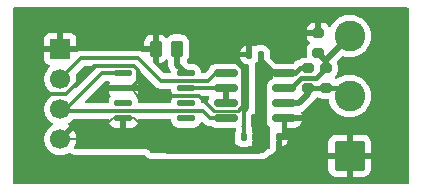
<source format=gbr>
%TF.GenerationSoftware,KiCad,Pcbnew,9.0.7*%
%TF.CreationDate,2026-01-31T03:08:44-08:00*%
%TF.ProjectId,autodir_sch,6175746f-6469-4725-9f73-63682e6b6963,A0*%
%TF.SameCoordinates,PX11a49a0PYbd83a0*%
%TF.FileFunction,Copper,L1,Top*%
%TF.FilePolarity,Positive*%
%FSLAX46Y46*%
G04 Gerber Fmt 4.6, Leading zero omitted, Abs format (unit mm)*
G04 Created by KiCad (PCBNEW 9.0.7) date 2026-01-31 03:08:44*
%MOMM*%
%LPD*%
G01*
G04 APERTURE LIST*
G04 Aperture macros list*
%AMRoundRect*
0 Rectangle with rounded corners*
0 $1 Rounding radius*
0 $2 $3 $4 $5 $6 $7 $8 $9 X,Y pos of 4 corners*
0 Add a 4 corners polygon primitive as box body*
4,1,4,$2,$3,$4,$5,$6,$7,$8,$9,$2,$3,0*
0 Add four circle primitives for the rounded corners*
1,1,$1+$1,$2,$3*
1,1,$1+$1,$4,$5*
1,1,$1+$1,$6,$7*
1,1,$1+$1,$8,$9*
0 Add four rect primitives between the rounded corners*
20,1,$1+$1,$2,$3,$4,$5,0*
20,1,$1+$1,$4,$5,$6,$7,0*
20,1,$1+$1,$6,$7,$8,$9,0*
20,1,$1+$1,$8,$9,$2,$3,0*%
G04 Aperture macros list end*
%TA.AperFunction,SMDPad,CuDef*%
%ADD10RoundRect,0.150000X-0.825000X-0.150000X0.825000X-0.150000X0.825000X0.150000X-0.825000X0.150000X0*%
%TD*%
%TA.AperFunction,SMDPad,CuDef*%
%ADD11RoundRect,0.250000X-0.262500X-0.450000X0.262500X-0.450000X0.262500X0.450000X-0.262500X0.450000X0*%
%TD*%
%TA.AperFunction,SMDPad,CuDef*%
%ADD12RoundRect,0.137500X-0.612500X-0.137500X0.612500X-0.137500X0.612500X0.137500X-0.612500X0.137500X0*%
%TD*%
%TA.AperFunction,SMDPad,CuDef*%
%ADD13RoundRect,0.140000X-0.140000X-0.170000X0.140000X-0.170000X0.140000X0.170000X-0.140000X0.170000X0*%
%TD*%
%TA.AperFunction,SMDPad,CuDef*%
%ADD14RoundRect,0.200000X0.275000X-0.200000X0.275000X0.200000X-0.275000X0.200000X-0.275000X-0.200000X0*%
%TD*%
%TA.AperFunction,SMDPad,CuDef*%
%ADD15RoundRect,0.140000X0.140000X0.170000X-0.140000X0.170000X-0.140000X-0.170000X0.140000X-0.170000X0*%
%TD*%
%TA.AperFunction,SMDPad,CuDef*%
%ADD16RoundRect,0.200000X-0.275000X0.200000X-0.275000X-0.200000X0.275000X-0.200000X0.275000X0.200000X0*%
%TD*%
%TA.AperFunction,ComponentPad*%
%ADD17R,1.700000X1.700000*%
%TD*%
%TA.AperFunction,ComponentPad*%
%ADD18C,1.700000*%
%TD*%
%TA.AperFunction,ComponentPad*%
%ADD19RoundRect,0.250000X1.050000X-1.050000X1.050000X1.050000X-1.050000X1.050000X-1.050000X-1.050000X0*%
%TD*%
%TA.AperFunction,ComponentPad*%
%ADD20C,2.600000*%
%TD*%
%TA.AperFunction,Conductor*%
%ADD21C,0.300000*%
%TD*%
%TA.AperFunction,Conductor*%
%ADD22C,0.250000*%
%TD*%
%TA.AperFunction,Conductor*%
%ADD23C,0.200000*%
%TD*%
%TA.AperFunction,Conductor*%
%ADD24C,0.400000*%
%TD*%
%TA.AperFunction,Conductor*%
%ADD25C,0.500000*%
%TD*%
%TA.AperFunction,Conductor*%
%ADD26C,0.600000*%
%TD*%
%TA.AperFunction,Conductor*%
%ADD27C,0.700000*%
%TD*%
%TA.AperFunction,Conductor*%
%ADD28C,0.390000*%
%TD*%
G04 APERTURE END LIST*
D10*
%TO.P,U2,1,RO*%
%TO.N,/RO*%
X18525000Y-6095000D03*
%TO.P,U2,2,~{RE}*%
%TO.N,/DIR*%
X18525000Y-7365000D03*
%TO.P,U2,3,DE*%
X18525000Y-8635000D03*
%TO.P,U2,4,DI*%
%TO.N,/DI*%
X18525000Y-9905000D03*
%TO.P,U2,5,GND*%
%TO.N,GND*%
X23475000Y-9905000D03*
%TO.P,U2,6,A*%
%TO.N,Net-(J2-Pin_2)*%
X23475000Y-8635000D03*
%TO.P,U2,7,B*%
%TO.N,Net-(J2-Pin_3)*%
X23475000Y-7365000D03*
%TO.P,U2,8,VCC*%
%TO.N,+5V*%
X23475000Y-6095000D03*
%TD*%
D11*
%TO.P,J3,1,Pin_1*%
%TO.N,GND*%
X12587500Y-4000000D03*
%TO.P,J3,2,Pin_2*%
%TO.N,/SWIO*%
X14412500Y-4000000D03*
%TD*%
D12*
%TO.P,U1,1,T1CH2*%
%TO.N,/DI*%
X9850000Y-6095000D03*
%TO.P,U1,2,VSS*%
%TO.N,GND*%
X9850000Y-7365000D03*
%TO.P,U1,3,PA2*%
%TO.N,unconnected-(U1-PA2-Pad3)*%
X9850000Y-8635000D03*
%TO.P,U1,4,VDD*%
%TO.N,+5V*%
X9850000Y-9905000D03*
%TO.P,U1,5,PC1*%
%TO.N,unconnected-(U1-PC1-Pad5)*%
X15150000Y-9905000D03*
%TO.P,U1,6,PC2*%
%TO.N,unconnected-(U1-PC2-Pad6)*%
X15150000Y-8635000D03*
%TO.P,U1,7,T1CH4*%
%TO.N,/DIR*%
X15150000Y-7365000D03*
%TO.P,U1,8,SWIO*%
%TO.N,/SWIO*%
X15150000Y-6095000D03*
%TD*%
D13*
%TO.P,C1,1*%
%TO.N,+5V*%
X22040000Y-11500000D03*
%TO.P,C1,2*%
%TO.N,GND*%
X23000000Y-11500000D03*
%TD*%
D14*
%TO.P,R1,1*%
%TO.N,Net-(J2-Pin_2)*%
X27000000Y-7324000D03*
%TO.P,R1,2*%
%TO.N,Net-(J2-Pin_3)*%
X27000000Y-5674000D03*
%TD*%
%TO.P,R3,1*%
%TO.N,Net-(J2-Pin_3)*%
X26344000Y-4357000D03*
%TO.P,R3,2*%
%TO.N,GND*%
X26344000Y-2707000D03*
%TD*%
D15*
%TO.P,C3,1*%
%TO.N,+5V*%
X21480000Y-4499000D03*
%TO.P,C3,2*%
%TO.N,GND*%
X20520000Y-4499000D03*
%TD*%
D16*
%TO.P,R2,1*%
%TO.N,+5V*%
X25500000Y-5674000D03*
%TO.P,R2,2*%
%TO.N,Net-(J2-Pin_2)*%
X25500000Y-7324000D03*
%TD*%
D15*
%TO.P,C2,1*%
%TO.N,+5V*%
X21000000Y-11499000D03*
%TO.P,C2,2*%
%TO.N,GND*%
X20040000Y-11499000D03*
%TD*%
D17*
%TO.P,J1,1,Pin_1*%
%TO.N,GND*%
X4500000Y-4040000D03*
D18*
%TO.P,J1,2,Pin_2*%
%TO.N,/RO*%
X4500000Y-6580000D03*
%TO.P,J1,3,Pin_3*%
%TO.N,/DI*%
X4500000Y-9120000D03*
%TO.P,J1,4,Pin_4*%
%TO.N,+5V*%
X4500000Y-11660000D03*
%TD*%
D19*
%TO.P,J2,1,Pin_1*%
%TO.N,GND*%
X29000000Y-13080000D03*
D20*
%TO.P,J2,2,Pin_2*%
%TO.N,Net-(J2-Pin_2)*%
X29000000Y-8000000D03*
%TO.P,J2,3,Pin_3*%
%TO.N,Net-(J2-Pin_3)*%
X29000000Y-2920000D03*
%TD*%
D21*
%TO.N,GND*%
X4983500Y-7850000D02*
X2150000Y-7850000D01*
D22*
X17482101Y-9270000D02*
X19629000Y-9270000D01*
D23*
X20010000Y-5838516D02*
X16670484Y-2499000D01*
D24*
X23475000Y-11105000D02*
X23080000Y-11500000D01*
D23*
X9850000Y-7365000D02*
X10485000Y-7365000D01*
X25500000Y-13080000D02*
X22280000Y-13080000D01*
X23080000Y-11500000D02*
X23000000Y-11500000D01*
D24*
X23475000Y-9905000D02*
X23475000Y-11055000D01*
D21*
X20040000Y-8919000D02*
X20040000Y-11499000D01*
X7373500Y-5460000D02*
X4983500Y-7850000D01*
X11120000Y-8000000D02*
X16212101Y-8000000D01*
D23*
X3500000Y-13080000D02*
X2000000Y-11580000D01*
X2000000Y-8000000D02*
X2000000Y-4999000D01*
D21*
X2150000Y-7850000D02*
X2127000Y-7873000D01*
D23*
X2959000Y-4040000D02*
X4500000Y-4040000D01*
X11970000Y-13438000D02*
X11612000Y-13080000D01*
X25500000Y-13080000D02*
X29000000Y-13080000D01*
X23475000Y-11055000D02*
X23500000Y-11080000D01*
X23475000Y-11055000D02*
X23475000Y-11105000D01*
D21*
X11120000Y-5841000D02*
X10739000Y-5460000D01*
D23*
X4500000Y-4040000D02*
X12547500Y-4040000D01*
X2000000Y-4999000D02*
X2959000Y-4040000D01*
X2127000Y-7873000D02*
X2000000Y-8000000D01*
D21*
X20010000Y-8889000D02*
X20040000Y-8919000D01*
D23*
X11612000Y-13080000D02*
X3500000Y-13080000D01*
X12547500Y-4040000D02*
X12587500Y-4000000D01*
X12750000Y-2499000D02*
X12587500Y-2661500D01*
D21*
X11120000Y-6730000D02*
X11120000Y-5841000D01*
D23*
X12587500Y-2661500D02*
X12587500Y-4000000D01*
D21*
X10485000Y-7365000D02*
X11120000Y-6730000D01*
D22*
X16841051Y-8628949D02*
X17482101Y-9270000D01*
D21*
X20010000Y-8889000D02*
X20010000Y-5838516D01*
X19629000Y-9270000D02*
X20010000Y-8889000D01*
D23*
X2000000Y-11580000D02*
X2000000Y-8000000D01*
X21922000Y-13438000D02*
X11970000Y-13438000D01*
D21*
X10739000Y-5460000D02*
X7373500Y-5460000D01*
X16212101Y-8000000D02*
X16841051Y-8628949D01*
D24*
X23500000Y-11080000D02*
X25500000Y-13080000D01*
D23*
X22280000Y-13080000D02*
X21922000Y-13438000D01*
X16670484Y-2499000D02*
X12750000Y-2499000D01*
X10485000Y-7365000D02*
X11120000Y-8000000D01*
%TO.N,+5V*%
X23475000Y-6095000D02*
X22500001Y-6095000D01*
D24*
X24760800Y-5674000D02*
X25500000Y-5674000D01*
X21518000Y-12422000D02*
X21264000Y-12676000D01*
D25*
X21480000Y-5075001D02*
X21480000Y-4499000D01*
D24*
X24339800Y-6095000D02*
X24760800Y-5674000D01*
D26*
X21518000Y-11500000D02*
X21518000Y-12422000D01*
D24*
X23475000Y-6095000D02*
X24339800Y-6095000D01*
D23*
X13510000Y-12676000D02*
X10739000Y-9905000D01*
X21520000Y-11500000D02*
X22040000Y-11500000D01*
D27*
X21520000Y-7075001D02*
X21520000Y-11500000D01*
D25*
X22500000Y-6095001D02*
X21480000Y-5075001D01*
D23*
X9850000Y-9905000D02*
X8961000Y-9905000D01*
X22500001Y-6095000D02*
X22500000Y-6095001D01*
X22040000Y-11500000D02*
X21518000Y-11500000D01*
X8961000Y-9905000D02*
X7206000Y-11660000D01*
X7206000Y-11660000D02*
X4500000Y-11660000D01*
D24*
X21264000Y-12676000D02*
X13510000Y-12676000D01*
D23*
X10739000Y-9905000D02*
X9850000Y-9905000D01*
X22500000Y-6095001D02*
X21520000Y-7075001D01*
%TO.N,/DI*%
X4650000Y-9270000D02*
X4500000Y-9120000D01*
D21*
X5008000Y-9120000D02*
X8033000Y-6095000D01*
X8033000Y-6095000D02*
X9850000Y-6095000D01*
X16557500Y-9270000D02*
X4650000Y-9270000D01*
X4500000Y-9120000D02*
X5008000Y-9120000D01*
X18525000Y-9905000D02*
X17192500Y-9905000D01*
X17192500Y-9905000D02*
X16557500Y-9270000D01*
%TO.N,/RO*%
X4500000Y-6580000D02*
X6255000Y-4825000D01*
X13025000Y-6730000D02*
X17045000Y-6730000D01*
X17045000Y-6730000D02*
X17680000Y-6095000D01*
X6255000Y-4825000D02*
X11120000Y-4825000D01*
X11120000Y-4825000D02*
X13025000Y-6730000D01*
D23*
X17680000Y-6095000D02*
X18525000Y-6095000D01*
X4591000Y-6671000D02*
X4500000Y-6580000D01*
D24*
%TO.N,Net-(J2-Pin_2)*%
X25500000Y-7324000D02*
X27000000Y-7324000D01*
D25*
X23475000Y-8635000D02*
X24690000Y-8635000D01*
D23*
X28324000Y-7324000D02*
X29000000Y-8000000D01*
D25*
X25500000Y-7825000D02*
X25500000Y-7324000D01*
D24*
X27000000Y-7324000D02*
X28324000Y-7324000D01*
D25*
X24690000Y-8635000D02*
X25500000Y-7825000D01*
%TO.N,Net-(J2-Pin_3)*%
X26907000Y-4920000D02*
X26344000Y-4357000D01*
X27000000Y-4920000D02*
X29000000Y-2920000D01*
D24*
X26175000Y-6499000D02*
X27000000Y-5674000D01*
D28*
X24901000Y-6499000D02*
X26175000Y-6499000D01*
X23951968Y-7365000D02*
X24035000Y-7365000D01*
D25*
X27000000Y-4920000D02*
X26907000Y-4920000D01*
D28*
X24035000Y-7365000D02*
X24901000Y-6499000D01*
D25*
X27000000Y-5674000D02*
X27000000Y-4920000D01*
D23*
X23475000Y-7365000D02*
X24310000Y-7365000D01*
X23475000Y-7365000D02*
X23951968Y-7365000D01*
D25*
%TO.N,/SWIO*%
X14412500Y-5357500D02*
X14412500Y-4000000D01*
X15150000Y-6095000D02*
X14412500Y-5357500D01*
D21*
%TO.N,/DIR*%
X18525000Y-7365000D02*
X15150000Y-7365000D01*
D25*
X18525000Y-7365000D02*
X18525000Y-8635000D01*
%TD*%
%TA.AperFunction,Conductor*%
%TO.N,+5V*%
G36*
X21168943Y-5134435D02*
G01*
X21200613Y-5136700D01*
X21205059Y-5138972D01*
X21206773Y-5139188D01*
X21208807Y-5140888D01*
X21226058Y-5149705D01*
X22444784Y-5962189D01*
X22489644Y-6015753D01*
X22500000Y-6065362D01*
X22500000Y-6488080D01*
X22480315Y-6555119D01*
X22427511Y-6600874D01*
X22410596Y-6607156D01*
X22389605Y-6613254D01*
X22389603Y-6613255D01*
X22248137Y-6696917D01*
X22248129Y-6696923D01*
X22131923Y-6813129D01*
X22131916Y-6813138D01*
X22056698Y-6940326D01*
X22032918Y-6969373D01*
X22000000Y-6998999D01*
X21999999Y-6999000D01*
X22000964Y-7124825D01*
X22000586Y-7135499D01*
X21999500Y-7149304D01*
X21999500Y-7580701D01*
X22002402Y-7617571D01*
X22002913Y-7620369D01*
X22004927Y-7641697D01*
X22010256Y-8336781D01*
X22005340Y-8372316D01*
X22002403Y-8382427D01*
X22002401Y-8382438D01*
X21999500Y-8419298D01*
X21999500Y-8850701D01*
X22002401Y-8887563D01*
X22002402Y-8887569D01*
X22010020Y-8913792D01*
X22014938Y-8947432D01*
X22019743Y-9574125D01*
X22014825Y-9609667D01*
X22002402Y-9652430D01*
X22002401Y-9652436D01*
X21999500Y-9689298D01*
X21999500Y-10120701D01*
X22002401Y-10157567D01*
X22002402Y-10157573D01*
X22020020Y-10218212D01*
X22024940Y-10251856D01*
X22025999Y-10389998D01*
X22026000Y-10390000D01*
X22278225Y-10642225D01*
X22280000Y-10647556D01*
X22280000Y-11038201D01*
X22272734Y-11064763D01*
X22267507Y-11073600D01*
X22267504Y-11073608D01*
X22222357Y-11229002D01*
X22222356Y-11229008D01*
X22219500Y-11265302D01*
X22219500Y-11734697D01*
X22222356Y-11770991D01*
X22222357Y-11770997D01*
X22267503Y-11926389D01*
X22267505Y-11926393D01*
X22267506Y-11926395D01*
X22272732Y-11935233D01*
X22280000Y-11961797D01*
X22280000Y-12394543D01*
X22270315Y-12427527D01*
X22217511Y-12473282D01*
X22198092Y-12480263D01*
X22160019Y-12490465D01*
X22122751Y-12500451D01*
X22048214Y-12520423D01*
X22048209Y-12520426D01*
X21911290Y-12599475D01*
X21911282Y-12599481D01*
X21709583Y-12801181D01*
X21648260Y-12834666D01*
X21621902Y-12837500D01*
X12270097Y-12837500D01*
X12240656Y-12828855D01*
X12210670Y-12822332D01*
X12205654Y-12818577D01*
X12203058Y-12817815D01*
X12182416Y-12801181D01*
X12099590Y-12718355D01*
X12099588Y-12718352D01*
X11980717Y-12599481D01*
X11980716Y-12599480D01*
X11893904Y-12549360D01*
X11893904Y-12549359D01*
X11893900Y-12549358D01*
X11843785Y-12520423D01*
X11691057Y-12479499D01*
X11532943Y-12479499D01*
X11525347Y-12479499D01*
X11525331Y-12479500D01*
X5799934Y-12479500D01*
X5732895Y-12459815D01*
X5687140Y-12407011D01*
X5677196Y-12337853D01*
X5689449Y-12299205D01*
X5751095Y-12178217D01*
X5816757Y-11976130D01*
X5816757Y-11976127D01*
X5850000Y-11766246D01*
X5850000Y-11553753D01*
X5816757Y-11343872D01*
X5816757Y-11343869D01*
X5751095Y-11141782D01*
X5654624Y-10952449D01*
X5615270Y-10898282D01*
X5615269Y-10898282D01*
X4982962Y-11530589D01*
X4965925Y-11467007D01*
X4900099Y-11352993D01*
X4807007Y-11259901D01*
X4692993Y-11194075D01*
X4629407Y-11177036D01*
X5261716Y-10544728D01*
X5207547Y-10505373D01*
X5207547Y-10505372D01*
X5198500Y-10500763D01*
X5147706Y-10452788D01*
X5130912Y-10384966D01*
X5153451Y-10318832D01*
X5198508Y-10279793D01*
X5207816Y-10275051D01*
X5354069Y-10168793D01*
X5379786Y-10150109D01*
X5379788Y-10150106D01*
X5379792Y-10150104D01*
X5530104Y-9999792D01*
X5550577Y-9971613D01*
X5605906Y-9928949D01*
X5650894Y-9920500D01*
X8476001Y-9920500D01*
X8543040Y-9940185D01*
X8588795Y-9992989D01*
X8600001Y-10044500D01*
X8600001Y-10106893D01*
X8602844Y-10143021D01*
X8647779Y-10297689D01*
X8647780Y-10297692D01*
X8729770Y-10436331D01*
X8729776Y-10436339D01*
X8843660Y-10550223D01*
X8843668Y-10550229D01*
X8982307Y-10632219D01*
X8982310Y-10632220D01*
X9136975Y-10677155D01*
X9136981Y-10677156D01*
X9173116Y-10679999D01*
X9599999Y-10679999D01*
X9600000Y-10679998D01*
X9600000Y-10044500D01*
X9619685Y-9977461D01*
X9672489Y-9931706D01*
X9724000Y-9920500D01*
X9976000Y-9920500D01*
X10043039Y-9940185D01*
X10088794Y-9992989D01*
X10100000Y-10044500D01*
X10100000Y-10679999D01*
X10526872Y-10679999D01*
X10526893Y-10679998D01*
X10563021Y-10677155D01*
X10717689Y-10632220D01*
X10717692Y-10632219D01*
X10856331Y-10550229D01*
X10856339Y-10550223D01*
X10970223Y-10436339D01*
X10970229Y-10436331D01*
X11052219Y-10297692D01*
X11052220Y-10297689D01*
X11097155Y-10143024D01*
X11097156Y-10143018D01*
X11099999Y-10106890D01*
X11100000Y-10106875D01*
X11100000Y-10044500D01*
X11119685Y-9977461D01*
X11172489Y-9931706D01*
X11224000Y-9920500D01*
X13775501Y-9920500D01*
X13842540Y-9940185D01*
X13888295Y-9992989D01*
X13899501Y-10044500D01*
X13899501Y-10106947D01*
X13902346Y-10143098D01*
X13947317Y-10297889D01*
X13947320Y-10297896D01*
X14029369Y-10436636D01*
X14029378Y-10436648D01*
X14143351Y-10550621D01*
X14143355Y-10550624D01*
X14143357Y-10550626D01*
X14143360Y-10550627D01*
X14143363Y-10550630D01*
X14206317Y-10587860D01*
X14282106Y-10632681D01*
X14314956Y-10642225D01*
X14436897Y-10677653D01*
X14436900Y-10677653D01*
X14436902Y-10677654D01*
X14473065Y-10680500D01*
X15826934Y-10680499D01*
X15863098Y-10677654D01*
X16017894Y-10632681D01*
X16156643Y-10550626D01*
X16270626Y-10436643D01*
X16352681Y-10297894D01*
X16364595Y-10256884D01*
X16402199Y-10198001D01*
X16465672Y-10168793D01*
X16534858Y-10178538D01*
X16571352Y-10203799D01*
X16777825Y-10410272D01*
X16777832Y-10410278D01*
X16867962Y-10470500D01*
X16884374Y-10481466D01*
X16953721Y-10510189D01*
X17002756Y-10530501D01*
X17002759Y-10530501D01*
X17002760Y-10530502D01*
X17128428Y-10555500D01*
X17128431Y-10555500D01*
X17234484Y-10555500D01*
X17297605Y-10572768D01*
X17323125Y-10587860D01*
X17439602Y-10656744D01*
X17481224Y-10668836D01*
X17597426Y-10702597D01*
X17597429Y-10702597D01*
X17597431Y-10702598D01*
X17634306Y-10705500D01*
X19265500Y-10705500D01*
X19274185Y-10708050D01*
X19283147Y-10706762D01*
X19307187Y-10717740D01*
X19332539Y-10725185D01*
X19338466Y-10732025D01*
X19346703Y-10735787D01*
X19360992Y-10758021D01*
X19378294Y-10777989D01*
X19380581Y-10788503D01*
X19384477Y-10794565D01*
X19389500Y-10829500D01*
X19389500Y-10900037D01*
X19372232Y-10963157D01*
X19307507Y-11072602D01*
X19307504Y-11072609D01*
X19262357Y-11228002D01*
X19262356Y-11228008D01*
X19259500Y-11264302D01*
X19259500Y-11733697D01*
X19262356Y-11769991D01*
X19262357Y-11769997D01*
X19307504Y-11925390D01*
X19307505Y-11925393D01*
X19307506Y-11925395D01*
X19329034Y-11961797D01*
X19389881Y-12064684D01*
X19389887Y-12064692D01*
X19504307Y-12179112D01*
X19504311Y-12179115D01*
X19504313Y-12179117D01*
X19643605Y-12261494D01*
X19647047Y-12262494D01*
X19799002Y-12306642D01*
X19799005Y-12306642D01*
X19799007Y-12306643D01*
X19835310Y-12309500D01*
X19835318Y-12309500D01*
X20244682Y-12309500D01*
X20244690Y-12309500D01*
X20280993Y-12306643D01*
X20280995Y-12306642D01*
X20280997Y-12306642D01*
X20321975Y-12294736D01*
X20436395Y-12261494D01*
X20457369Y-12249089D01*
X20525088Y-12231906D01*
X20583613Y-12249090D01*
X20603803Y-12261031D01*
X20750000Y-12303504D01*
X20750000Y-12303503D01*
X21250000Y-12303503D01*
X21396196Y-12261031D01*
X21456031Y-12225644D01*
X21523755Y-12208460D01*
X21582275Y-12225643D01*
X21643804Y-12262031D01*
X21790000Y-12304504D01*
X21790000Y-11750000D01*
X21250000Y-11750000D01*
X21250000Y-12303503D01*
X20750000Y-12303503D01*
X20750000Y-11997352D01*
X20767267Y-11934233D01*
X20772494Y-11925395D01*
X20817353Y-11770993D01*
X20817642Y-11769997D01*
X20817643Y-11769991D01*
X20819216Y-11750000D01*
X20820500Y-11733690D01*
X20820500Y-11264310D01*
X20817643Y-11228007D01*
X20772785Y-11073608D01*
X20772495Y-11072608D01*
X20772492Y-11072600D01*
X20767266Y-11063763D01*
X20750000Y-11000645D01*
X20750000Y-10694494D01*
X21250000Y-10694494D01*
X21250000Y-11249000D01*
X21790000Y-11249000D01*
X21790000Y-10695494D01*
X21789998Y-10695493D01*
X21643809Y-10737965D01*
X21643808Y-10737966D01*
X21583965Y-10773357D01*
X21516241Y-10790538D01*
X21457724Y-10773356D01*
X21396193Y-10736967D01*
X21396190Y-10736965D01*
X21250001Y-10694493D01*
X21250000Y-10694494D01*
X20750000Y-10694494D01*
X20750000Y-10694493D01*
X20740047Y-10687020D01*
X20698256Y-10631026D01*
X20690500Y-10587860D01*
X20690500Y-9623000D01*
X20710185Y-9555961D01*
X20762989Y-9510206D01*
X20814500Y-9499000D01*
X21000000Y-9499000D01*
X21000000Y-5282778D01*
X21019685Y-5215739D01*
X21041138Y-5190529D01*
X21050288Y-5182309D01*
X21055687Y-5179117D01*
X21071963Y-5162840D01*
X21074420Y-5160634D01*
X21103058Y-5146932D01*
X21130921Y-5131717D01*
X21134348Y-5131962D01*
X21137448Y-5130479D01*
X21168943Y-5134435D01*
G37*
%TD.AperFunction*%
%TD*%
%TA.AperFunction,Conductor*%
%TO.N,GND*%
G36*
X20138668Y-10277587D02*
G01*
X20178598Y-10334922D01*
X20185000Y-10374250D01*
X20185000Y-10587860D01*
X20192967Y-10677256D01*
X20200723Y-10720422D01*
X20200724Y-10720427D01*
X20224374Y-10806998D01*
X20229417Y-10816265D01*
X20232644Y-10827687D01*
X20237482Y-10834411D01*
X20241959Y-10860651D01*
X20244329Y-10869035D01*
X20244500Y-10872292D01*
X20244500Y-11000645D01*
X20255563Y-11083021D01*
X20255828Y-11088058D01*
X20253376Y-11098383D01*
X20251076Y-11129153D01*
X20222357Y-11228006D01*
X20222356Y-11228013D01*
X20219500Y-11264302D01*
X20219500Y-11375000D01*
X20216949Y-11383685D01*
X20218238Y-11392647D01*
X20207259Y-11416687D01*
X20199815Y-11442039D01*
X20192974Y-11447966D01*
X20189213Y-11456203D01*
X20166978Y-11470492D01*
X20147011Y-11487794D01*
X20136496Y-11490081D01*
X20130435Y-11493977D01*
X20095500Y-11499000D01*
X19914000Y-11499000D01*
X19846961Y-11479315D01*
X19801206Y-11426511D01*
X19790000Y-11375000D01*
X19790000Y-11283715D01*
X19806190Y-11224535D01*
X19805472Y-11224173D01*
X19807257Y-11220633D01*
X19807269Y-11220593D01*
X19807333Y-11220484D01*
X19807338Y-11220476D01*
X19859815Y-11096547D01*
X19877083Y-11033427D01*
X19887996Y-10952184D01*
X19895000Y-10900042D01*
X19895000Y-10829499D01*
X19894999Y-10829498D01*
X19889855Y-10757558D01*
X19884832Y-10722623D01*
X19869498Y-10652138D01*
X19859795Y-10630893D01*
X19854937Y-10618545D01*
X19844724Y-10587860D01*
X19842033Y-10579776D01*
X19839539Y-10509954D01*
X19865361Y-10464624D01*
X19863301Y-10463026D01*
X19868072Y-10456873D01*
X19868081Y-10456865D01*
X19951744Y-10315398D01*
X19951744Y-10315397D01*
X19954268Y-10311130D01*
X20005336Y-10263446D01*
X20074078Y-10250942D01*
X20138668Y-10277587D01*
G37*
%TD.AperFunction*%
%TA.AperFunction,Conductor*%
G36*
X17071563Y-8035185D02*
G01*
X17117318Y-8087989D01*
X17127262Y-8157147D01*
X17111257Y-8202617D01*
X17102110Y-8218086D01*
X17098253Y-8224607D01*
X17052402Y-8382426D01*
X17052401Y-8382432D01*
X17049500Y-8419298D01*
X17049500Y-8584935D01*
X17029815Y-8651974D01*
X16977011Y-8697729D01*
X16907853Y-8707673D01*
X16871325Y-8695696D01*
X16871255Y-8695866D01*
X16869031Y-8694944D01*
X16867052Y-8694296D01*
X16865630Y-8693536D01*
X16747244Y-8644499D01*
X16747238Y-8644497D01*
X16621571Y-8619500D01*
X16621569Y-8619500D01*
X16524499Y-8619500D01*
X16457460Y-8599815D01*
X16411705Y-8547011D01*
X16400499Y-8495500D01*
X16400499Y-8433077D01*
X16400498Y-8433052D01*
X16399417Y-8419313D01*
X16397654Y-8396902D01*
X16352681Y-8242106D01*
X16329328Y-8202619D01*
X16312148Y-8134896D01*
X16334308Y-8068634D01*
X16388774Y-8024871D01*
X16436062Y-8015500D01*
X17004524Y-8015500D01*
X17071563Y-8035185D01*
G37*
%TD.AperFunction*%
%TA.AperFunction,Conductor*%
G36*
X11305701Y-5931094D02*
G01*
X11312180Y-5937126D01*
X12610325Y-7235272D01*
X12610332Y-7235278D01*
X12701956Y-7296498D01*
X12701957Y-7296498D01*
X12701958Y-7296499D01*
X12716873Y-7306465D01*
X12835256Y-7355501D01*
X12835260Y-7355501D01*
X12835261Y-7355502D01*
X12960928Y-7380500D01*
X12960931Y-7380500D01*
X13775501Y-7380500D01*
X13842540Y-7400185D01*
X13888295Y-7452989D01*
X13899501Y-7504500D01*
X13899501Y-7566947D01*
X13902346Y-7603098D01*
X13947317Y-7757889D01*
X13947320Y-7757896D01*
X14029369Y-7896636D01*
X14029378Y-7896648D01*
X14045049Y-7912319D01*
X14078534Y-7973642D01*
X14073550Y-8043334D01*
X14045049Y-8087681D01*
X14029378Y-8103351D01*
X14029369Y-8103363D01*
X13947320Y-8242103D01*
X13947317Y-8242110D01*
X13902346Y-8396897D01*
X13902345Y-8396903D01*
X13899500Y-8433057D01*
X13899500Y-8495500D01*
X13879815Y-8562539D01*
X13827011Y-8608294D01*
X13775500Y-8619500D01*
X11224499Y-8619500D01*
X11157460Y-8599815D01*
X11111705Y-8547011D01*
X11100499Y-8495500D01*
X11100499Y-8433077D01*
X11100498Y-8433052D01*
X11099417Y-8419313D01*
X11097654Y-8396902D01*
X11052681Y-8242106D01*
X11008547Y-8167478D01*
X10970630Y-8103363D01*
X10970628Y-8103361D01*
X10970626Y-8103357D01*
X10954598Y-8087329D01*
X10921111Y-8026007D01*
X10926094Y-7956315D01*
X10954598Y-7911963D01*
X10970225Y-7896336D01*
X10970231Y-7896329D01*
X11052218Y-7757695D01*
X11052218Y-7757694D01*
X11093674Y-7615000D01*
X8606326Y-7615000D01*
X8647781Y-7757694D01*
X8647781Y-7757695D01*
X8729770Y-7896331D01*
X8729776Y-7896339D01*
X8745402Y-7911965D01*
X8778887Y-7973288D01*
X8773903Y-8042980D01*
X8745406Y-8087323D01*
X8729379Y-8103351D01*
X8729368Y-8103365D01*
X8647320Y-8242103D01*
X8647317Y-8242110D01*
X8602346Y-8396897D01*
X8602345Y-8396903D01*
X8599500Y-8433057D01*
X8599500Y-8495500D01*
X8579815Y-8562539D01*
X8527011Y-8608294D01*
X8475500Y-8619500D01*
X6727808Y-8619500D01*
X6660769Y-8599815D01*
X6615014Y-8547011D01*
X6605070Y-8477853D01*
X6634095Y-8414297D01*
X6640127Y-8407819D01*
X8266127Y-6781819D01*
X8293054Y-6767115D01*
X8318873Y-6750523D01*
X8325073Y-6749631D01*
X8327450Y-6748334D01*
X8353808Y-6745500D01*
X8564519Y-6745500D01*
X8631558Y-6765185D01*
X8677313Y-6817989D01*
X8687257Y-6887147D01*
X8671251Y-6932621D01*
X8647781Y-6972305D01*
X8606326Y-7115000D01*
X11093674Y-7115000D01*
X11052218Y-6972305D01*
X11052218Y-6972304D01*
X10970229Y-6833668D01*
X10970223Y-6833661D01*
X10954598Y-6818036D01*
X10921111Y-6756714D01*
X10926094Y-6687022D01*
X10954596Y-6642672D01*
X10970626Y-6626643D01*
X11052681Y-6487894D01*
X11093450Y-6347567D01*
X11097653Y-6333102D01*
X11097654Y-6333096D01*
X11100500Y-6296935D01*
X11100499Y-6024805D01*
X11120183Y-5957768D01*
X11172987Y-5912013D01*
X11242146Y-5902069D01*
X11305701Y-5931094D01*
G37*
%TD.AperFunction*%
%TA.AperFunction,Conductor*%
G36*
X7500230Y-5495185D02*
G01*
X7545985Y-5547989D01*
X7555929Y-5617147D01*
X7526904Y-5680703D01*
X7520872Y-5687181D01*
X5933162Y-7274890D01*
X5871839Y-7308375D01*
X5802147Y-7303391D01*
X5746214Y-7261519D01*
X5721797Y-7196055D01*
X5734997Y-7130913D01*
X5751555Y-7098416D01*
X5751556Y-7098414D01*
X5751557Y-7098412D01*
X5817246Y-6896243D01*
X5850500Y-6686287D01*
X5850500Y-6473713D01*
X5842256Y-6421661D01*
X5816484Y-6258945D01*
X5818126Y-6258684D01*
X5821254Y-6196137D01*
X5850657Y-6149288D01*
X6164030Y-5835916D01*
X6488127Y-5511819D01*
X6549450Y-5478334D01*
X6575808Y-5475500D01*
X7433191Y-5475500D01*
X7500230Y-5495185D01*
G37*
%TD.AperFunction*%
%TA.AperFunction,Conductor*%
G36*
X33942539Y-520185D02*
G01*
X33988294Y-572989D01*
X33999500Y-624500D01*
X33999500Y-15375500D01*
X33979815Y-15442539D01*
X33927011Y-15488294D01*
X33875500Y-15499500D01*
X624500Y-15499500D01*
X557461Y-15479815D01*
X511706Y-15427011D01*
X500500Y-15375500D01*
X500500Y-6473713D01*
X3149500Y-6473713D01*
X3149500Y-6686287D01*
X3156424Y-6730000D01*
X3178676Y-6870500D01*
X3182754Y-6896243D01*
X3201717Y-6954606D01*
X3248444Y-7098414D01*
X3344951Y-7287820D01*
X3469890Y-7459786D01*
X3620213Y-7610109D01*
X3792182Y-7735050D01*
X3800946Y-7739516D01*
X3851742Y-7787491D01*
X3868536Y-7855312D01*
X3845998Y-7921447D01*
X3800946Y-7960484D01*
X3792182Y-7964949D01*
X3620213Y-8089890D01*
X3469890Y-8240213D01*
X3344951Y-8412179D01*
X3248444Y-8601585D01*
X3182753Y-8803760D01*
X3149500Y-9013713D01*
X3149500Y-9226286D01*
X3182176Y-9432598D01*
X3182754Y-9436243D01*
X3243435Y-9623000D01*
X3248444Y-9638414D01*
X3344951Y-9827820D01*
X3469890Y-9999786D01*
X3620213Y-10150109D01*
X3792182Y-10275050D01*
X3800946Y-10279516D01*
X3851742Y-10327491D01*
X3868536Y-10395312D01*
X3845998Y-10461447D01*
X3800946Y-10500484D01*
X3792182Y-10504949D01*
X3620213Y-10629890D01*
X3469890Y-10780213D01*
X3344951Y-10952179D01*
X3248444Y-11141585D01*
X3182753Y-11343760D01*
X3159578Y-11490081D01*
X3149500Y-11553713D01*
X3149500Y-11766287D01*
X3154072Y-11795152D01*
X3169732Y-11894030D01*
X3182754Y-11976243D01*
X3211717Y-12065383D01*
X3248444Y-12178414D01*
X3344951Y-12367820D01*
X3469890Y-12539786D01*
X3620213Y-12690109D01*
X3792179Y-12815048D01*
X3792181Y-12815049D01*
X3792184Y-12815051D01*
X3981588Y-12911557D01*
X4183757Y-12977246D01*
X4393713Y-13010500D01*
X4393714Y-13010500D01*
X4606286Y-13010500D01*
X4606287Y-13010500D01*
X4816243Y-12977246D01*
X5018412Y-12911557D01*
X5207816Y-12815051D01*
X5221149Y-12805363D01*
X5286951Y-12781883D01*
X5355006Y-12797705D01*
X5375232Y-12811962D01*
X5459598Y-12885067D01*
X5459602Y-12885069D01*
X5517601Y-12911557D01*
X5590475Y-12944838D01*
X5657514Y-12964523D01*
X5657518Y-12964524D01*
X5799934Y-12985000D01*
X5799937Y-12985000D01*
X11527237Y-12985000D01*
X11527300Y-12984999D01*
X11599987Y-12984999D01*
X11667026Y-13004684D01*
X11687668Y-13021318D01*
X11810369Y-13144019D01*
X11824973Y-13158623D01*
X11824990Y-13158639D01*
X11824994Y-13158642D01*
X11865233Y-13194787D01*
X11878634Y-13205585D01*
X11885877Y-13211422D01*
X11929802Y-13243093D01*
X11940045Y-13247770D01*
X11968410Y-13265999D01*
X12031544Y-13289546D01*
X12035564Y-13291382D01*
X12035566Y-13291382D01*
X12060686Y-13302852D01*
X12063282Y-13303614D01*
X12063282Y-13303613D01*
X12087087Y-13310601D01*
X12087110Y-13310607D01*
X12091340Y-13311849D01*
X12103219Y-13316280D01*
X12115564Y-13318965D01*
X12121253Y-13320635D01*
X12122057Y-13320872D01*
X12123921Y-13321517D01*
X12127678Y-13322523D01*
X12127681Y-13322524D01*
X12270097Y-13343000D01*
X13265585Y-13343000D01*
X13301575Y-13348338D01*
X13305669Y-13349579D01*
X13305670Y-13349579D01*
X13305672Y-13349580D01*
X13360244Y-13360435D01*
X13441004Y-13376500D01*
X13441007Y-13376500D01*
X21332996Y-13376500D01*
X21386836Y-13365790D01*
X21468328Y-13349580D01*
X21468331Y-13349578D01*
X21472425Y-13348338D01*
X21508415Y-13343000D01*
X21621904Y-13343000D01*
X21632050Y-13342455D01*
X21675942Y-13340103D01*
X21675950Y-13340102D01*
X21675952Y-13340102D01*
X21675953Y-13340102D01*
X21682946Y-13339349D01*
X21702300Y-13337269D01*
X21702310Y-13337267D01*
X21702313Y-13337267D01*
X21711912Y-13335711D01*
X21755712Y-13328614D01*
X21890521Y-13278332D01*
X21951844Y-13244847D01*
X22067026Y-13158623D01*
X22207330Y-13018316D01*
X22262915Y-12986225D01*
X22328926Y-12968538D01*
X22362204Y-12958117D01*
X22369092Y-12955961D01*
X22369095Y-12955959D01*
X22369101Y-12955958D01*
X22388520Y-12948977D01*
X22427504Y-12933101D01*
X22548543Y-12855313D01*
X22601347Y-12809558D01*
X22695568Y-12700821D01*
X22755339Y-12569943D01*
X22765024Y-12536959D01*
X22785500Y-12394543D01*
X22785500Y-12304503D01*
X23250000Y-12304503D01*
X23396195Y-12262031D01*
X23535374Y-12179721D01*
X23535383Y-12179714D01*
X23649714Y-12065383D01*
X23649721Y-12065374D01*
X23700203Y-11980013D01*
X27200000Y-11980013D01*
X27200000Y-12830000D01*
X28399999Y-12830000D01*
X28374979Y-12890402D01*
X28350000Y-13015981D01*
X28350000Y-13144019D01*
X28374979Y-13269598D01*
X28399999Y-13330000D01*
X27200001Y-13330000D01*
X27200001Y-14179986D01*
X27210494Y-14282697D01*
X27265641Y-14449119D01*
X27265643Y-14449124D01*
X27357684Y-14598345D01*
X27481654Y-14722315D01*
X27630875Y-14814356D01*
X27630880Y-14814358D01*
X27797302Y-14869505D01*
X27797309Y-14869506D01*
X27900019Y-14879999D01*
X28749999Y-14879999D01*
X28750000Y-14879998D01*
X28750000Y-13680001D01*
X28810402Y-13705021D01*
X28935981Y-13730000D01*
X29064019Y-13730000D01*
X29189598Y-13705021D01*
X29250000Y-13680001D01*
X29250000Y-14879999D01*
X30099972Y-14879999D01*
X30099986Y-14879998D01*
X30202697Y-14869505D01*
X30369119Y-14814358D01*
X30369124Y-14814356D01*
X30518345Y-14722315D01*
X30642315Y-14598345D01*
X30734356Y-14449124D01*
X30734358Y-14449119D01*
X30789505Y-14282697D01*
X30789506Y-14282690D01*
X30799999Y-14179986D01*
X30800000Y-14179973D01*
X30800000Y-13330000D01*
X29600001Y-13330000D01*
X29625021Y-13269598D01*
X29650000Y-13144019D01*
X29650000Y-13015981D01*
X29625021Y-12890402D01*
X29600001Y-12830000D01*
X30799999Y-12830000D01*
X30799999Y-11980028D01*
X30799998Y-11980013D01*
X30789505Y-11877302D01*
X30734358Y-11710880D01*
X30734356Y-11710875D01*
X30642315Y-11561654D01*
X30518345Y-11437684D01*
X30369124Y-11345643D01*
X30369119Y-11345641D01*
X30202697Y-11290494D01*
X30202690Y-11290493D01*
X30099986Y-11280000D01*
X29250000Y-11280000D01*
X29250000Y-12479998D01*
X29189598Y-12454979D01*
X29064019Y-12430000D01*
X28935981Y-12430000D01*
X28810402Y-12454979D01*
X28750000Y-12479998D01*
X28750000Y-11280000D01*
X27900028Y-11280000D01*
X27900012Y-11280001D01*
X27797302Y-11290494D01*
X27630880Y-11345641D01*
X27630875Y-11345643D01*
X27481654Y-11437684D01*
X27357684Y-11561654D01*
X27265643Y-11710875D01*
X27265641Y-11710880D01*
X27210494Y-11877302D01*
X27210493Y-11877309D01*
X27200000Y-11980013D01*
X23700203Y-11980013D01*
X23732031Y-11926195D01*
X23732033Y-11926190D01*
X23777144Y-11770918D01*
X23777145Y-11770912D01*
X23778790Y-11750000D01*
X23250000Y-11750000D01*
X23250000Y-12304503D01*
X22785500Y-12304503D01*
X22785500Y-11961797D01*
X22781621Y-11932924D01*
X22781679Y-11930496D01*
X22781187Y-11929297D01*
X22781899Y-11921350D01*
X22782555Y-11894030D01*
X22783686Y-11887868D01*
X22817643Y-11770993D01*
X22820500Y-11734690D01*
X22820500Y-11624000D01*
X22840185Y-11556961D01*
X22892989Y-11511206D01*
X22944500Y-11500000D01*
X23000000Y-11500000D01*
X23000000Y-11374000D01*
X23019685Y-11306961D01*
X23072489Y-11261206D01*
X23124000Y-11250000D01*
X23778790Y-11250000D01*
X23777145Y-11229089D01*
X23732031Y-11073804D01*
X23649721Y-10934625D01*
X23649714Y-10934616D01*
X23631779Y-10916681D01*
X23598294Y-10855358D01*
X23603278Y-10785666D01*
X23645150Y-10729733D01*
X23710614Y-10705316D01*
X23719460Y-10705000D01*
X24365634Y-10705000D01*
X24365649Y-10704999D01*
X24402489Y-10702100D01*
X24402495Y-10702099D01*
X24560193Y-10656283D01*
X24560196Y-10656282D01*
X24701552Y-10572685D01*
X24701561Y-10572678D01*
X24817678Y-10456561D01*
X24817685Y-10456552D01*
X24901281Y-10315198D01*
X24947100Y-10157486D01*
X24947295Y-10155001D01*
X24947295Y-10155000D01*
X23599000Y-10155000D01*
X23531961Y-10135315D01*
X23486206Y-10082511D01*
X23475000Y-10031000D01*
X23475000Y-9779000D01*
X23494685Y-9711961D01*
X23547489Y-9666206D01*
X23599000Y-9655000D01*
X24947295Y-9655000D01*
X24947295Y-9654998D01*
X24947100Y-9652511D01*
X24947099Y-9652505D01*
X24899819Y-9489766D01*
X24898773Y-9488325D01*
X24897013Y-9457373D01*
X24893213Y-9426606D01*
X24895047Y-9422792D01*
X24894807Y-9418568D01*
X24910059Y-9391579D01*
X24923497Y-9363641D01*
X24927693Y-9360376D01*
X24929184Y-9357740D01*
X24941484Y-9349650D01*
X24957744Y-9337004D01*
X24962808Y-9334333D01*
X25045495Y-9300084D01*
X25106422Y-9259374D01*
X25168416Y-9217952D01*
X26082952Y-8303416D01*
X26135681Y-8224500D01*
X26165084Y-8180495D01*
X26171854Y-8164148D01*
X26176635Y-8156209D01*
X26195806Y-8138589D01*
X26212145Y-8118313D01*
X26221117Y-8115326D01*
X26228078Y-8108929D01*
X26253730Y-8104470D01*
X26278438Y-8096247D01*
X26287599Y-8098585D01*
X26296916Y-8096966D01*
X26320911Y-8107086D01*
X26346138Y-8113525D01*
X26346914Y-8113989D01*
X26435394Y-8167478D01*
X26597804Y-8218086D01*
X26668384Y-8224500D01*
X27104775Y-8224500D01*
X27171814Y-8244185D01*
X27217569Y-8296989D01*
X27227713Y-8332314D01*
X27230307Y-8352014D01*
X27252025Y-8433065D01*
X27291393Y-8579991D01*
X27381714Y-8798045D01*
X27381719Y-8798056D01*
X27452677Y-8920957D01*
X27499727Y-9002450D01*
X27499729Y-9002453D01*
X27499730Y-9002454D01*
X27643406Y-9189697D01*
X27643412Y-9189704D01*
X27810295Y-9356587D01*
X27810302Y-9356593D01*
X27849596Y-9386744D01*
X27997550Y-9500273D01*
X28117659Y-9569618D01*
X28201943Y-9618280D01*
X28201948Y-9618282D01*
X28201951Y-9618284D01*
X28420007Y-9708606D01*
X28647986Y-9769693D01*
X28881989Y-9800500D01*
X28881996Y-9800500D01*
X29118004Y-9800500D01*
X29118011Y-9800500D01*
X29352014Y-9769693D01*
X29579993Y-9708606D01*
X29798049Y-9618284D01*
X30002450Y-9500273D01*
X30189699Y-9356592D01*
X30356592Y-9189699D01*
X30500273Y-9002450D01*
X30618284Y-8798049D01*
X30708606Y-8579993D01*
X30769693Y-8352014D01*
X30800500Y-8118011D01*
X30800500Y-7881989D01*
X30769693Y-7647986D01*
X30708606Y-7420007D01*
X30618284Y-7201951D01*
X30618282Y-7201948D01*
X30618280Y-7201943D01*
X30566600Y-7112432D01*
X30500273Y-6997550D01*
X30422538Y-6896243D01*
X30356593Y-6810302D01*
X30356587Y-6810295D01*
X30189704Y-6643412D01*
X30189697Y-6643406D01*
X30002454Y-6499730D01*
X30002453Y-6499729D01*
X30002450Y-6499727D01*
X29880765Y-6429472D01*
X29798056Y-6381719D01*
X29798045Y-6381714D01*
X29579993Y-6291394D01*
X29352010Y-6230306D01*
X29118020Y-6199501D01*
X29118017Y-6199500D01*
X29118011Y-6199500D01*
X28881989Y-6199500D01*
X28881983Y-6199500D01*
X28881979Y-6199501D01*
X28647989Y-6230306D01*
X28420006Y-6291394D01*
X28201954Y-6381714D01*
X28201943Y-6381719D01*
X27997557Y-6499722D01*
X27997542Y-6499732D01*
X27961468Y-6527413D01*
X27896299Y-6552606D01*
X27827854Y-6538567D01*
X27777865Y-6489752D01*
X27762203Y-6421661D01*
X27785839Y-6355911D01*
X27798303Y-6341354D01*
X27830469Y-6309188D01*
X27830472Y-6309185D01*
X27918478Y-6163606D01*
X27969086Y-6001196D01*
X27975500Y-5930616D01*
X27975500Y-5417384D01*
X27969086Y-5346804D01*
X27918478Y-5184394D01*
X27918477Y-5184392D01*
X27918476Y-5184389D01*
X27915894Y-5178653D01*
X27906328Y-5109441D01*
X27935700Y-5046045D01*
X27941270Y-5040095D01*
X28316349Y-4665016D01*
X28377671Y-4631533D01*
X28436121Y-4632923D01*
X28647986Y-4689693D01*
X28881989Y-4720500D01*
X28881996Y-4720500D01*
X29118004Y-4720500D01*
X29118011Y-4720500D01*
X29352014Y-4689693D01*
X29579993Y-4628606D01*
X29798049Y-4538284D01*
X30002450Y-4420273D01*
X30189699Y-4276592D01*
X30356592Y-4109699D01*
X30500273Y-3922450D01*
X30618284Y-3718049D01*
X30708606Y-3499993D01*
X30769693Y-3272014D01*
X30800500Y-3038011D01*
X30800500Y-2801989D01*
X30769693Y-2567986D01*
X30708606Y-2340007D01*
X30618284Y-2121951D01*
X30618282Y-2121948D01*
X30618280Y-2121943D01*
X30576118Y-2048918D01*
X30500273Y-1917550D01*
X30356592Y-1730301D01*
X30356587Y-1730295D01*
X30189704Y-1563412D01*
X30189697Y-1563406D01*
X30002454Y-1419730D01*
X30002453Y-1419729D01*
X30002450Y-1419727D01*
X29920957Y-1372677D01*
X29798056Y-1301719D01*
X29798045Y-1301714D01*
X29579993Y-1211394D01*
X29352010Y-1150306D01*
X29118020Y-1119501D01*
X29118017Y-1119500D01*
X29118011Y-1119500D01*
X28881989Y-1119500D01*
X28881983Y-1119500D01*
X28881979Y-1119501D01*
X28647989Y-1150306D01*
X28420006Y-1211394D01*
X28201954Y-1301714D01*
X28201943Y-1301719D01*
X27997545Y-1419730D01*
X27810302Y-1563406D01*
X27810295Y-1563412D01*
X27643412Y-1730295D01*
X27643406Y-1730302D01*
X27499732Y-1917542D01*
X27499728Y-1917547D01*
X27499727Y-1917550D01*
X27457445Y-1990783D01*
X27399928Y-2090406D01*
X27349360Y-2138621D01*
X27280753Y-2151843D01*
X27215889Y-2125875D01*
X27186424Y-2092554D01*
X27174074Y-2072125D01*
X27174071Y-2072121D01*
X27053877Y-1951927D01*
X26908395Y-1863980D01*
X26908396Y-1863980D01*
X26746105Y-1813409D01*
X26746106Y-1813409D01*
X26675572Y-1807000D01*
X26594000Y-1807000D01*
X26594000Y-2583000D01*
X26574315Y-2650039D01*
X26521511Y-2695794D01*
X26470000Y-2707000D01*
X26344000Y-2707000D01*
X26344000Y-2833000D01*
X26324315Y-2900039D01*
X26271511Y-2945794D01*
X26220000Y-2957000D01*
X25369001Y-2957000D01*
X25369001Y-2963582D01*
X25375408Y-3034102D01*
X25375409Y-3034107D01*
X25425981Y-3196396D01*
X25513927Y-3341877D01*
X25616015Y-3443965D01*
X25649500Y-3505288D01*
X25644516Y-3574980D01*
X25616015Y-3619327D01*
X25513531Y-3721810D01*
X25513530Y-3721811D01*
X25425522Y-3867393D01*
X25374913Y-4029807D01*
X25368500Y-4100386D01*
X25368500Y-4613615D01*
X25370741Y-4638280D01*
X25357204Y-4706825D01*
X25308757Y-4757171D01*
X25247250Y-4773500D01*
X25168384Y-4773500D01*
X25149145Y-4775248D01*
X25097807Y-4779913D01*
X24935393Y-4830522D01*
X24789811Y-4918530D01*
X24770915Y-4937426D01*
X24709592Y-4970910D01*
X24695401Y-4973145D01*
X24691807Y-4973499D01*
X24556477Y-5000418D01*
X24556467Y-5000421D01*
X24428992Y-5053222D01*
X24314256Y-5129886D01*
X24265490Y-5178653D01*
X24185960Y-5258182D01*
X24124640Y-5291666D01*
X24098281Y-5294500D01*
X22812229Y-5294500D01*
X22745190Y-5274815D01*
X22724548Y-5258181D01*
X22296512Y-4830145D01*
X22263027Y-4768822D01*
X22260807Y-4736143D01*
X22260404Y-4736128D01*
X22260500Y-4733682D01*
X22260500Y-4264317D01*
X22260499Y-4264302D01*
X22259258Y-4248535D01*
X22257643Y-4228007D01*
X22212494Y-4072605D01*
X22130117Y-3933313D01*
X22130115Y-3933311D01*
X22130112Y-3933307D01*
X22015692Y-3818887D01*
X22015684Y-3818881D01*
X21897371Y-3748911D01*
X21876395Y-3736506D01*
X21876394Y-3736505D01*
X21876393Y-3736505D01*
X21876390Y-3736504D01*
X21720997Y-3691357D01*
X21720991Y-3691356D01*
X21684697Y-3688500D01*
X21684690Y-3688500D01*
X21275310Y-3688500D01*
X21275302Y-3688500D01*
X21239008Y-3691356D01*
X21239002Y-3691357D01*
X21083609Y-3736504D01*
X21083604Y-3736506D01*
X21062628Y-3748911D01*
X20994903Y-3766092D01*
X20936389Y-3748911D01*
X20916191Y-3736966D01*
X20916190Y-3736965D01*
X20770001Y-3694493D01*
X20770000Y-3694494D01*
X20770000Y-4000645D01*
X20752734Y-4063763D01*
X20747507Y-4072600D01*
X20747504Y-4072608D01*
X20702357Y-4228002D01*
X20702357Y-4228007D01*
X20699500Y-4264302D01*
X20699500Y-4375000D01*
X20679815Y-4442039D01*
X20627011Y-4487794D01*
X20575500Y-4499000D01*
X20520000Y-4499000D01*
X20520000Y-4625000D01*
X20500315Y-4692039D01*
X20447511Y-4737794D01*
X20396000Y-4749000D01*
X19741210Y-4749000D01*
X19742854Y-4769910D01*
X19787968Y-4925195D01*
X19870278Y-5064374D01*
X19870285Y-5064383D01*
X19984616Y-5178714D01*
X19984625Y-5178721D01*
X20123803Y-5261030D01*
X20279090Y-5306145D01*
X20315362Y-5308999D01*
X20370498Y-5308999D01*
X20437538Y-5328682D01*
X20483293Y-5381486D01*
X20494500Y-5432999D01*
X20494500Y-9020272D01*
X20474815Y-9087311D01*
X20437543Y-9124585D01*
X20431962Y-9128171D01*
X20431944Y-9128184D01*
X20379159Y-9173923D01*
X20284933Y-9282664D01*
X20284930Y-9282668D01*
X20225164Y-9413534D01*
X20205475Y-9480585D01*
X20205474Y-9480588D01*
X20201811Y-9506067D01*
X20172785Y-9569622D01*
X20114006Y-9607395D01*
X20044137Y-9607393D01*
X19985359Y-9569618D01*
X19970137Y-9547652D01*
X19963737Y-9535882D01*
X19951744Y-9494602D01*
X19868081Y-9353135D01*
X19859940Y-9344994D01*
X19851371Y-9329235D01*
X19847641Y-9311943D01*
X19839155Y-9296421D01*
X19840427Y-9278497D01*
X19836640Y-9260936D01*
X19842850Y-9244373D01*
X19844104Y-9226726D01*
X19856982Y-9206686D01*
X19861172Y-9195515D01*
X19863888Y-9193488D01*
X19863298Y-9193031D01*
X19868075Y-9186870D01*
X19868081Y-9186865D01*
X19951744Y-9045398D01*
X19997598Y-8887569D01*
X20000500Y-8850694D01*
X20000500Y-8419306D01*
X19997598Y-8382431D01*
X19988757Y-8352002D01*
X19957433Y-8244185D01*
X19951744Y-8224602D01*
X19868081Y-8083135D01*
X19868078Y-8083132D01*
X19863298Y-8076969D01*
X19865750Y-8075066D01*
X19839155Y-8026421D01*
X19844104Y-7956726D01*
X19864940Y-7924304D01*
X19863298Y-7923031D01*
X19868075Y-7916870D01*
X19868081Y-7916865D01*
X19951744Y-7775398D01*
X19997598Y-7617569D01*
X20000500Y-7580694D01*
X20000500Y-7149306D01*
X19997598Y-7112431D01*
X19993526Y-7098416D01*
X19951745Y-6954606D01*
X19951744Y-6954603D01*
X19951744Y-6954602D01*
X19868081Y-6813135D01*
X19868078Y-6813132D01*
X19863298Y-6806969D01*
X19865750Y-6805066D01*
X19839155Y-6756421D01*
X19844104Y-6686726D01*
X19864940Y-6654304D01*
X19863298Y-6653031D01*
X19868075Y-6646870D01*
X19868081Y-6646865D01*
X19951744Y-6505398D01*
X19987678Y-6381714D01*
X19997597Y-6347573D01*
X19997598Y-6347567D01*
X19998087Y-6341354D01*
X20000500Y-6310694D01*
X20000500Y-5879306D01*
X19997598Y-5842431D01*
X19995705Y-5835916D01*
X19959992Y-5712992D01*
X19951744Y-5684602D01*
X19868081Y-5543135D01*
X19868079Y-5543133D01*
X19868076Y-5543129D01*
X19751870Y-5426923D01*
X19751862Y-5426917D01*
X19610396Y-5343255D01*
X19610393Y-5343254D01*
X19452573Y-5297402D01*
X19452567Y-5297401D01*
X19415701Y-5294500D01*
X19415694Y-5294500D01*
X17634306Y-5294500D01*
X17634298Y-5294500D01*
X17597432Y-5297401D01*
X17597426Y-5297402D01*
X17439606Y-5343254D01*
X17439603Y-5343255D01*
X17298137Y-5426917D01*
X17298129Y-5426923D01*
X17181923Y-5543129D01*
X17181917Y-5543137D01*
X17098255Y-5684603D01*
X17098254Y-5684605D01*
X17077573Y-5755789D01*
X17046178Y-5808874D01*
X16811871Y-6043182D01*
X16784940Y-6057888D01*
X16759127Y-6074477D01*
X16752927Y-6075368D01*
X16750551Y-6076666D01*
X16724192Y-6079500D01*
X16524499Y-6079500D01*
X16457460Y-6059815D01*
X16411705Y-6007011D01*
X16400499Y-5955500D01*
X16400499Y-5893077D01*
X16400498Y-5893052D01*
X16399417Y-5879313D01*
X16397654Y-5856902D01*
X16352681Y-5702106D01*
X16286219Y-5589723D01*
X16270630Y-5563363D01*
X16270621Y-5563351D01*
X16156648Y-5449378D01*
X16156636Y-5449369D01*
X16017896Y-5367320D01*
X16017889Y-5367317D01*
X15863102Y-5322346D01*
X15863096Y-5322345D01*
X15826942Y-5319500D01*
X15826935Y-5319500D01*
X15487229Y-5319500D01*
X15457788Y-5310855D01*
X15427802Y-5304332D01*
X15422786Y-5300577D01*
X15420190Y-5299815D01*
X15399548Y-5283181D01*
X15300756Y-5184389D01*
X15239047Y-5122679D01*
X15205563Y-5061358D01*
X15210547Y-4991666D01*
X15239045Y-4947322D01*
X15267712Y-4918656D01*
X15359814Y-4769334D01*
X15414999Y-4602797D01*
X15425500Y-4500009D01*
X15425500Y-4248999D01*
X19741209Y-4248999D01*
X19741210Y-4249000D01*
X20270000Y-4249000D01*
X20270000Y-3694494D01*
X20269998Y-3694493D01*
X20123809Y-3736965D01*
X20123806Y-3736967D01*
X19984625Y-3819278D01*
X19984616Y-3819285D01*
X19870285Y-3933616D01*
X19870278Y-3933625D01*
X19787968Y-4072804D01*
X19787966Y-4072809D01*
X19742855Y-4228081D01*
X19742854Y-4228087D01*
X19741209Y-4248999D01*
X15425500Y-4248999D01*
X15425499Y-3974174D01*
X15425499Y-3499998D01*
X15425498Y-3499980D01*
X15414999Y-3397203D01*
X15414998Y-3397200D01*
X15373514Y-3272010D01*
X15359814Y-3230666D01*
X15267712Y-3081344D01*
X15143656Y-2957288D01*
X14994334Y-2865186D01*
X14827797Y-2810001D01*
X14827795Y-2810000D01*
X14725010Y-2799500D01*
X14099998Y-2799500D01*
X14099980Y-2799501D01*
X13997203Y-2810000D01*
X13997200Y-2810001D01*
X13830668Y-2865185D01*
X13830663Y-2865187D01*
X13681345Y-2957287D01*
X13587327Y-3051305D01*
X13526003Y-3084789D01*
X13456312Y-3079805D01*
X13411965Y-3051304D01*
X13318345Y-2957684D01*
X13169124Y-2865643D01*
X13169119Y-2865641D01*
X13002697Y-2810494D01*
X13002690Y-2810493D01*
X12899986Y-2800000D01*
X12837500Y-2800000D01*
X12837500Y-5199999D01*
X12899972Y-5199999D01*
X12899986Y-5199998D01*
X13002697Y-5189505D01*
X13169119Y-5134358D01*
X13169124Y-5134356D01*
X13318342Y-5042317D01*
X13411964Y-4948695D01*
X13419911Y-4944355D01*
X13425336Y-4937109D01*
X13450092Y-4927875D01*
X13473287Y-4915210D01*
X13482317Y-4915855D01*
X13490800Y-4912692D01*
X13516620Y-4918308D01*
X13542979Y-4920194D01*
X13552032Y-4926012D01*
X13559073Y-4927544D01*
X13587327Y-4948695D01*
X13625681Y-4987049D01*
X13659166Y-5048372D01*
X13662000Y-5074730D01*
X13662000Y-5431418D01*
X13662000Y-5431420D01*
X13661999Y-5431420D01*
X13690840Y-5576407D01*
X13690843Y-5576417D01*
X13747414Y-5712992D01*
X13747415Y-5712994D01*
X13747416Y-5712995D01*
X13765130Y-5739506D01*
X13829548Y-5835916D01*
X13867409Y-5873777D01*
X13872512Y-5880494D01*
X13882070Y-5905580D01*
X13894936Y-5929142D01*
X13894321Y-5937734D01*
X13897389Y-5945785D01*
X13891866Y-5972056D01*
X13889952Y-5998834D01*
X13884788Y-6005730D01*
X13883017Y-6014161D01*
X13864167Y-6033277D01*
X13848080Y-6054767D01*
X13840009Y-6057777D01*
X13833960Y-6063912D01*
X13807768Y-6069802D01*
X13782616Y-6079184D01*
X13773770Y-6079500D01*
X13345808Y-6079500D01*
X13278769Y-6059815D01*
X13258127Y-6043181D01*
X12373819Y-5158873D01*
X12340334Y-5097550D01*
X12337500Y-5071192D01*
X12337500Y-4250000D01*
X11563354Y-4250000D01*
X11527679Y-4269478D01*
X11457987Y-4264491D01*
X11432439Y-4251416D01*
X11428126Y-4248534D01*
X11309744Y-4199499D01*
X11309738Y-4199497D01*
X11184071Y-4174500D01*
X11184069Y-4174500D01*
X6190931Y-4174500D01*
X6190929Y-4174500D01*
X6065261Y-4199497D01*
X6065255Y-4199499D01*
X5996432Y-4228007D01*
X5946877Y-4248533D01*
X5946864Y-4248540D01*
X5916089Y-4269103D01*
X5849411Y-4289980D01*
X5847200Y-4290000D01*
X4933012Y-4290000D01*
X4965925Y-4232993D01*
X5000000Y-4105826D01*
X5000000Y-3974174D01*
X4965925Y-3847007D01*
X4933012Y-3790000D01*
X5850000Y-3790000D01*
X5850000Y-3500013D01*
X11575000Y-3500013D01*
X11575000Y-3750000D01*
X12337500Y-3750000D01*
X12337500Y-2800000D01*
X12337499Y-2799999D01*
X12275028Y-2800000D01*
X12275011Y-2800001D01*
X12172302Y-2810494D01*
X12005880Y-2865641D01*
X12005875Y-2865643D01*
X11856654Y-2957684D01*
X11732684Y-3081654D01*
X11640643Y-3230875D01*
X11640641Y-3230880D01*
X11585494Y-3397302D01*
X11585493Y-3397309D01*
X11575000Y-3500013D01*
X5850000Y-3500013D01*
X5850000Y-3142172D01*
X5849999Y-3142155D01*
X5843598Y-3082627D01*
X5843596Y-3082620D01*
X5793354Y-2947913D01*
X5793350Y-2947906D01*
X5707190Y-2832812D01*
X5707187Y-2832809D01*
X5592093Y-2746649D01*
X5592086Y-2746645D01*
X5457379Y-2696403D01*
X5457372Y-2696401D01*
X5397844Y-2690000D01*
X4750000Y-2690000D01*
X4750000Y-3606988D01*
X4692993Y-3574075D01*
X4565826Y-3540000D01*
X4434174Y-3540000D01*
X4307007Y-3574075D01*
X4250000Y-3606988D01*
X4250000Y-2690000D01*
X3602155Y-2690000D01*
X3542627Y-2696401D01*
X3542620Y-2696403D01*
X3407913Y-2746645D01*
X3407906Y-2746649D01*
X3292812Y-2832809D01*
X3292809Y-2832812D01*
X3206649Y-2947906D01*
X3206645Y-2947913D01*
X3156403Y-3082620D01*
X3156401Y-3082627D01*
X3150000Y-3142155D01*
X3150000Y-3790000D01*
X4066988Y-3790000D01*
X4034075Y-3847007D01*
X4000000Y-3974174D01*
X4000000Y-4105826D01*
X4034075Y-4232993D01*
X4066988Y-4290000D01*
X3150000Y-4290000D01*
X3150000Y-4937844D01*
X3156401Y-4997372D01*
X3156403Y-4997379D01*
X3206645Y-5132086D01*
X3206649Y-5132093D01*
X3292809Y-5247187D01*
X3292812Y-5247190D01*
X3407906Y-5333350D01*
X3407913Y-5333354D01*
X3539470Y-5382422D01*
X3595404Y-5424293D01*
X3619821Y-5489758D01*
X3604969Y-5558031D01*
X3583819Y-5586285D01*
X3469889Y-5700215D01*
X3344951Y-5872179D01*
X3248444Y-6061585D01*
X3182753Y-6263760D01*
X3157744Y-6421661D01*
X3149500Y-6473713D01*
X500500Y-6473713D01*
X500500Y-2450427D01*
X25369000Y-2450427D01*
X25369000Y-2457000D01*
X26094000Y-2457000D01*
X26094000Y-1807000D01*
X26093999Y-1806999D01*
X26012417Y-1807000D01*
X25941897Y-1813408D01*
X25941892Y-1813409D01*
X25779603Y-1863981D01*
X25634122Y-1951927D01*
X25513927Y-2072122D01*
X25425980Y-2217604D01*
X25375409Y-2379893D01*
X25369000Y-2450427D01*
X500500Y-2450427D01*
X500500Y-624500D01*
X520185Y-557461D01*
X572989Y-511706D01*
X624500Y-500500D01*
X33875500Y-500500D01*
X33942539Y-520185D01*
G37*
%TD.AperFunction*%
%TD*%
M02*

</source>
